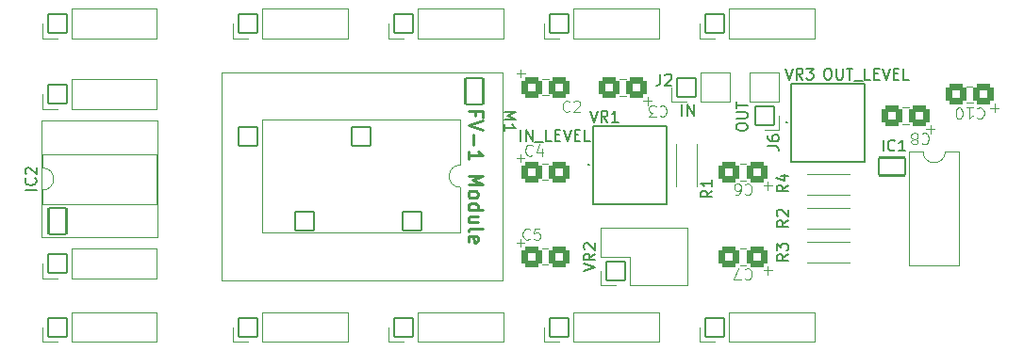
<source format=gto>
G04 #@! TF.GenerationSoftware,KiCad,Pcbnew,8.0.5*
G04 #@! TF.CreationDate,2024-10-16T23:13:09+09:00*
G04 #@! TF.ProjectId,20240922_FV-1,32303234-3039-4323-925f-46562d312e6b,rev?*
G04 #@! TF.SameCoordinates,Original*
G04 #@! TF.FileFunction,Legend,Top*
G04 #@! TF.FilePolarity,Positive*
%FSLAX46Y46*%
G04 Gerber Fmt 4.6, Leading zero omitted, Abs format (unit mm)*
G04 Created by KiCad (PCBNEW 8.0.5) date 2024-10-16 23:13:09*
%MOMM*%
%LPD*%
G01*
G04 APERTURE LIST*
G04 Aperture macros list*
%AMRoundRect*
0 Rectangle with rounded corners*
0 $1 Rounding radius*
0 $2 $3 $4 $5 $6 $7 $8 $9 X,Y pos of 4 corners*
0 Add a 4 corners polygon primitive as box body*
4,1,4,$2,$3,$4,$5,$6,$7,$8,$9,$2,$3,0*
0 Add four circle primitives for the rounded corners*
1,1,$1+$1,$2,$3*
1,1,$1+$1,$4,$5*
1,1,$1+$1,$6,$7*
1,1,$1+$1,$8,$9*
0 Add four rect primitives between the rounded corners*
20,1,$1+$1,$2,$3,$4,$5,0*
20,1,$1+$1,$4,$5,$6,$7,0*
20,1,$1+$1,$6,$7,$8,$9,0*
20,1,$1+$1,$8,$9,$2,$3,0*%
G04 Aperture macros list end*
%ADD10C,0.250000*%
%ADD11C,0.150000*%
%ADD12C,0.100000*%
%ADD13C,0.120000*%
%ADD14C,0.200000*%
%ADD15C,3.400000*%
%ADD16RoundRect,0.100000X0.850000X-0.850000X0.850000X0.850000X-0.850000X0.850000X-0.850000X-0.850000X0*%
%ADD17O,1.900000X1.900000*%
%ADD18RoundRect,0.281250X0.618750X0.618750X-0.618750X0.618750X-0.618750X-0.618750X0.618750X-0.618750X0*%
%ADD19RoundRect,0.100000X-1.200000X-0.800000X1.200000X-0.800000X1.200000X0.800000X-1.200000X0.800000X0*%
%ADD20O,2.600000X1.800000*%
%ADD21RoundRect,0.281250X-0.618750X-0.618750X0.618750X-0.618750X0.618750X0.618750X-0.618750X0.618750X0*%
%ADD22C,1.600000*%
%ADD23O,1.600000X1.600000*%
%ADD24C,1.320000*%
%ADD25RoundRect,0.100000X0.850000X0.850000X-0.850000X0.850000X-0.850000X-0.850000X0.850000X-0.850000X0*%
%ADD26RoundRect,0.100000X0.800000X-1.200000X0.800000X1.200000X-0.800000X1.200000X-0.800000X-1.200000X0*%
%ADD27O,1.800000X2.600000*%
%ADD28RoundRect,0.100000X-0.800000X1.200000X-0.800000X-1.200000X0.800000X-1.200000X0.800000X1.200000X0*%
%ADD29RoundRect,0.100000X-0.850000X-0.850000X0.850000X-0.850000X0.850000X0.850000X-0.850000X0.850000X0*%
G04 APERTURE END LIST*
D10*
X151239538Y-89524758D02*
X151239538Y-89108092D01*
X150584776Y-89108092D02*
X151834776Y-89108092D01*
X151834776Y-89108092D02*
X151834776Y-89703330D01*
X151834776Y-90000949D02*
X150584776Y-90417616D01*
X150584776Y-90417616D02*
X151834776Y-90834282D01*
X151060966Y-91250950D02*
X151060966Y-92203331D01*
X150584776Y-93453330D02*
X150584776Y-92739045D01*
X150584776Y-93096188D02*
X151834776Y-93096188D01*
X151834776Y-93096188D02*
X151656204Y-92977140D01*
X151656204Y-92977140D02*
X151537157Y-92858092D01*
X151537157Y-92858092D02*
X151477633Y-92739045D01*
X150584776Y-94941426D02*
X151834776Y-94941426D01*
X151834776Y-94941426D02*
X150941919Y-95358092D01*
X150941919Y-95358092D02*
X151834776Y-95774759D01*
X151834776Y-95774759D02*
X150584776Y-95774759D01*
X150584776Y-96548568D02*
X150644300Y-96429520D01*
X150644300Y-96429520D02*
X150703823Y-96369997D01*
X150703823Y-96369997D02*
X150822871Y-96310473D01*
X150822871Y-96310473D02*
X151180014Y-96310473D01*
X151180014Y-96310473D02*
X151299061Y-96369997D01*
X151299061Y-96369997D02*
X151358585Y-96429520D01*
X151358585Y-96429520D02*
X151418109Y-96548568D01*
X151418109Y-96548568D02*
X151418109Y-96727139D01*
X151418109Y-96727139D02*
X151358585Y-96846187D01*
X151358585Y-96846187D02*
X151299061Y-96905711D01*
X151299061Y-96905711D02*
X151180014Y-96965235D01*
X151180014Y-96965235D02*
X150822871Y-96965235D01*
X150822871Y-96965235D02*
X150703823Y-96905711D01*
X150703823Y-96905711D02*
X150644300Y-96846187D01*
X150644300Y-96846187D02*
X150584776Y-96727139D01*
X150584776Y-96727139D02*
X150584776Y-96548568D01*
X150584776Y-98036663D02*
X151834776Y-98036663D01*
X150644300Y-98036663D02*
X150584776Y-97917615D01*
X150584776Y-97917615D02*
X150584776Y-97679520D01*
X150584776Y-97679520D02*
X150644300Y-97560472D01*
X150644300Y-97560472D02*
X150703823Y-97500949D01*
X150703823Y-97500949D02*
X150822871Y-97441425D01*
X150822871Y-97441425D02*
X151180014Y-97441425D01*
X151180014Y-97441425D02*
X151299061Y-97500949D01*
X151299061Y-97500949D02*
X151358585Y-97560472D01*
X151358585Y-97560472D02*
X151418109Y-97679520D01*
X151418109Y-97679520D02*
X151418109Y-97917615D01*
X151418109Y-97917615D02*
X151358585Y-98036663D01*
X151418109Y-99167615D02*
X150584776Y-99167615D01*
X151418109Y-98631901D02*
X150763347Y-98631901D01*
X150763347Y-98631901D02*
X150644300Y-98691424D01*
X150644300Y-98691424D02*
X150584776Y-98810472D01*
X150584776Y-98810472D02*
X150584776Y-98989043D01*
X150584776Y-98989043D02*
X150644300Y-99108091D01*
X150644300Y-99108091D02*
X150703823Y-99167615D01*
X150584776Y-99941424D02*
X150644300Y-99822376D01*
X150644300Y-99822376D02*
X150763347Y-99762853D01*
X150763347Y-99762853D02*
X151834776Y-99762853D01*
X150644300Y-100893805D02*
X150584776Y-100774757D01*
X150584776Y-100774757D02*
X150584776Y-100536662D01*
X150584776Y-100536662D02*
X150644300Y-100417615D01*
X150644300Y-100417615D02*
X150763347Y-100358091D01*
X150763347Y-100358091D02*
X151239538Y-100358091D01*
X151239538Y-100358091D02*
X151358585Y-100417615D01*
X151358585Y-100417615D02*
X151418109Y-100536662D01*
X151418109Y-100536662D02*
X151418109Y-100774757D01*
X151418109Y-100774757D02*
X151358585Y-100893805D01*
X151358585Y-100893805D02*
X151239538Y-100953329D01*
X151239538Y-100953329D02*
X151120490Y-100953329D01*
X151120490Y-100953329D02*
X151001442Y-100358091D01*
D11*
X169754779Y-89531819D02*
X169754779Y-88531819D01*
X170230969Y-89531819D02*
X170230969Y-88531819D01*
X170230969Y-88531819D02*
X170802397Y-89531819D01*
X170802397Y-89531819D02*
X170802397Y-88531819D01*
X182772255Y-85306019D02*
X182962731Y-85306019D01*
X182962731Y-85306019D02*
X183057969Y-85353638D01*
X183057969Y-85353638D02*
X183153207Y-85448876D01*
X183153207Y-85448876D02*
X183200826Y-85639352D01*
X183200826Y-85639352D02*
X183200826Y-85972685D01*
X183200826Y-85972685D02*
X183153207Y-86163161D01*
X183153207Y-86163161D02*
X183057969Y-86258400D01*
X183057969Y-86258400D02*
X182962731Y-86306019D01*
X182962731Y-86306019D02*
X182772255Y-86306019D01*
X182772255Y-86306019D02*
X182677017Y-86258400D01*
X182677017Y-86258400D02*
X182581779Y-86163161D01*
X182581779Y-86163161D02*
X182534160Y-85972685D01*
X182534160Y-85972685D02*
X182534160Y-85639352D01*
X182534160Y-85639352D02*
X182581779Y-85448876D01*
X182581779Y-85448876D02*
X182677017Y-85353638D01*
X182677017Y-85353638D02*
X182772255Y-85306019D01*
X183629398Y-85306019D02*
X183629398Y-86115542D01*
X183629398Y-86115542D02*
X183677017Y-86210780D01*
X183677017Y-86210780D02*
X183724636Y-86258400D01*
X183724636Y-86258400D02*
X183819874Y-86306019D01*
X183819874Y-86306019D02*
X184010350Y-86306019D01*
X184010350Y-86306019D02*
X184105588Y-86258400D01*
X184105588Y-86258400D02*
X184153207Y-86210780D01*
X184153207Y-86210780D02*
X184200826Y-86115542D01*
X184200826Y-86115542D02*
X184200826Y-85306019D01*
X184534160Y-85306019D02*
X185105588Y-85306019D01*
X184819874Y-86306019D02*
X184819874Y-85306019D01*
X185200827Y-86401257D02*
X185962731Y-86401257D01*
X186677017Y-86306019D02*
X186200827Y-86306019D01*
X186200827Y-86306019D02*
X186200827Y-85306019D01*
X187010351Y-85782209D02*
X187343684Y-85782209D01*
X187486541Y-86306019D02*
X187010351Y-86306019D01*
X187010351Y-86306019D02*
X187010351Y-85306019D01*
X187010351Y-85306019D02*
X187486541Y-85306019D01*
X187772256Y-85306019D02*
X188105589Y-86306019D01*
X188105589Y-86306019D02*
X188438922Y-85306019D01*
X188772256Y-85782209D02*
X189105589Y-85782209D01*
X189248446Y-86306019D02*
X188772256Y-86306019D01*
X188772256Y-86306019D02*
X188772256Y-85306019D01*
X188772256Y-85306019D02*
X189248446Y-85306019D01*
X190153208Y-86306019D02*
X189677018Y-86306019D01*
X189677018Y-86306019D02*
X189677018Y-85306019D01*
X174637819Y-90658744D02*
X174637819Y-90468268D01*
X174637819Y-90468268D02*
X174685438Y-90373030D01*
X174685438Y-90373030D02*
X174780676Y-90277792D01*
X174780676Y-90277792D02*
X174971152Y-90230173D01*
X174971152Y-90230173D02*
X175304485Y-90230173D01*
X175304485Y-90230173D02*
X175494961Y-90277792D01*
X175494961Y-90277792D02*
X175590200Y-90373030D01*
X175590200Y-90373030D02*
X175637819Y-90468268D01*
X175637819Y-90468268D02*
X175637819Y-90658744D01*
X175637819Y-90658744D02*
X175590200Y-90753982D01*
X175590200Y-90753982D02*
X175494961Y-90849220D01*
X175494961Y-90849220D02*
X175304485Y-90896839D01*
X175304485Y-90896839D02*
X174971152Y-90896839D01*
X174971152Y-90896839D02*
X174780676Y-90849220D01*
X174780676Y-90849220D02*
X174685438Y-90753982D01*
X174685438Y-90753982D02*
X174637819Y-90658744D01*
X174637819Y-89801601D02*
X175447342Y-89801601D01*
X175447342Y-89801601D02*
X175542580Y-89753982D01*
X175542580Y-89753982D02*
X175590200Y-89706363D01*
X175590200Y-89706363D02*
X175637819Y-89611125D01*
X175637819Y-89611125D02*
X175637819Y-89420649D01*
X175637819Y-89420649D02*
X175590200Y-89325411D01*
X175590200Y-89325411D02*
X175542580Y-89277792D01*
X175542580Y-89277792D02*
X175447342Y-89230173D01*
X175447342Y-89230173D02*
X174637819Y-89230173D01*
X174637819Y-88896839D02*
X174637819Y-88325411D01*
X175637819Y-88611125D02*
X174637819Y-88611125D01*
X155276779Y-91817819D02*
X155276779Y-90817819D01*
X155752969Y-91817819D02*
X155752969Y-90817819D01*
X155752969Y-90817819D02*
X156324397Y-91817819D01*
X156324397Y-91817819D02*
X156324397Y-90817819D01*
X156562493Y-91913057D02*
X157324397Y-91913057D01*
X158038683Y-91817819D02*
X157562493Y-91817819D01*
X157562493Y-91817819D02*
X157562493Y-90817819D01*
X158372017Y-91294009D02*
X158705350Y-91294009D01*
X158848207Y-91817819D02*
X158372017Y-91817819D01*
X158372017Y-91817819D02*
X158372017Y-90817819D01*
X158372017Y-90817819D02*
X158848207Y-90817819D01*
X159133922Y-90817819D02*
X159467255Y-91817819D01*
X159467255Y-91817819D02*
X159800588Y-90817819D01*
X160133922Y-91294009D02*
X160467255Y-91294009D01*
X160610112Y-91817819D02*
X160133922Y-91817819D01*
X160133922Y-91817819D02*
X160133922Y-90817819D01*
X160133922Y-90817819D02*
X160610112Y-90817819D01*
X161514874Y-91817819D02*
X161038684Y-91817819D01*
X161038684Y-91817819D02*
X161038684Y-90817819D01*
D12*
X175426666Y-95776819D02*
X175474285Y-95729200D01*
X175474285Y-95729200D02*
X175617142Y-95681580D01*
X175617142Y-95681580D02*
X175712380Y-95681580D01*
X175712380Y-95681580D02*
X175855237Y-95729200D01*
X175855237Y-95729200D02*
X175950475Y-95824438D01*
X175950475Y-95824438D02*
X175998094Y-95919676D01*
X175998094Y-95919676D02*
X176045713Y-96110152D01*
X176045713Y-96110152D02*
X176045713Y-96253009D01*
X176045713Y-96253009D02*
X175998094Y-96443485D01*
X175998094Y-96443485D02*
X175950475Y-96538723D01*
X175950475Y-96538723D02*
X175855237Y-96633961D01*
X175855237Y-96633961D02*
X175712380Y-96681580D01*
X175712380Y-96681580D02*
X175617142Y-96681580D01*
X175617142Y-96681580D02*
X175474285Y-96633961D01*
X175474285Y-96633961D02*
X175426666Y-96586342D01*
X174569523Y-96681580D02*
X174759999Y-96681580D01*
X174759999Y-96681580D02*
X174855237Y-96633961D01*
X174855237Y-96633961D02*
X174902856Y-96586342D01*
X174902856Y-96586342D02*
X174998094Y-96443485D01*
X174998094Y-96443485D02*
X175045713Y-96253009D01*
X175045713Y-96253009D02*
X175045713Y-95872057D01*
X175045713Y-95872057D02*
X174998094Y-95776819D01*
X174998094Y-95776819D02*
X174950475Y-95729200D01*
X174950475Y-95729200D02*
X174855237Y-95681580D01*
X174855237Y-95681580D02*
X174664761Y-95681580D01*
X174664761Y-95681580D02*
X174569523Y-95729200D01*
X174569523Y-95729200D02*
X174521904Y-95776819D01*
X174521904Y-95776819D02*
X174474285Y-95872057D01*
X174474285Y-95872057D02*
X174474285Y-96110152D01*
X174474285Y-96110152D02*
X174521904Y-96205390D01*
X174521904Y-96205390D02*
X174569523Y-96253009D01*
X174569523Y-96253009D02*
X174664761Y-96300628D01*
X174664761Y-96300628D02*
X174855237Y-96300628D01*
X174855237Y-96300628D02*
X174950475Y-96253009D01*
X174950475Y-96253009D02*
X174998094Y-96205390D01*
X174998094Y-96205390D02*
X175045713Y-96110152D01*
D11*
X187822010Y-92733019D02*
X187822010Y-91733019D01*
X188869628Y-92637780D02*
X188822009Y-92685400D01*
X188822009Y-92685400D02*
X188679152Y-92733019D01*
X188679152Y-92733019D02*
X188583914Y-92733019D01*
X188583914Y-92733019D02*
X188441057Y-92685400D01*
X188441057Y-92685400D02*
X188345819Y-92590161D01*
X188345819Y-92590161D02*
X188298200Y-92494923D01*
X188298200Y-92494923D02*
X188250581Y-92304447D01*
X188250581Y-92304447D02*
X188250581Y-92161590D01*
X188250581Y-92161590D02*
X188298200Y-91971114D01*
X188298200Y-91971114D02*
X188345819Y-91875876D01*
X188345819Y-91875876D02*
X188441057Y-91780638D01*
X188441057Y-91780638D02*
X188583914Y-91733019D01*
X188583914Y-91733019D02*
X188679152Y-91733019D01*
X188679152Y-91733019D02*
X188822009Y-91780638D01*
X188822009Y-91780638D02*
X188869628Y-91828257D01*
X189822009Y-92733019D02*
X189250581Y-92733019D01*
X189536295Y-92733019D02*
X189536295Y-91733019D01*
X189536295Y-91733019D02*
X189441057Y-91875876D01*
X189441057Y-91875876D02*
X189345819Y-91971114D01*
X189345819Y-91971114D02*
X189250581Y-92018733D01*
D12*
X159650133Y-89109780D02*
X159602514Y-89157400D01*
X159602514Y-89157400D02*
X159459657Y-89205019D01*
X159459657Y-89205019D02*
X159364419Y-89205019D01*
X159364419Y-89205019D02*
X159221562Y-89157400D01*
X159221562Y-89157400D02*
X159126324Y-89062161D01*
X159126324Y-89062161D02*
X159078705Y-88966923D01*
X159078705Y-88966923D02*
X159031086Y-88776447D01*
X159031086Y-88776447D02*
X159031086Y-88633590D01*
X159031086Y-88633590D02*
X159078705Y-88443114D01*
X159078705Y-88443114D02*
X159126324Y-88347876D01*
X159126324Y-88347876D02*
X159221562Y-88252638D01*
X159221562Y-88252638D02*
X159364419Y-88205019D01*
X159364419Y-88205019D02*
X159459657Y-88205019D01*
X159459657Y-88205019D02*
X159602514Y-88252638D01*
X159602514Y-88252638D02*
X159650133Y-88300257D01*
X160031086Y-88300257D02*
X160078705Y-88252638D01*
X160078705Y-88252638D02*
X160173943Y-88205019D01*
X160173943Y-88205019D02*
X160412038Y-88205019D01*
X160412038Y-88205019D02*
X160507276Y-88252638D01*
X160507276Y-88252638D02*
X160554895Y-88300257D01*
X160554895Y-88300257D02*
X160602514Y-88395495D01*
X160602514Y-88395495D02*
X160602514Y-88490733D01*
X160602514Y-88490733D02*
X160554895Y-88633590D01*
X160554895Y-88633590D02*
X159983467Y-89205019D01*
X159983467Y-89205019D02*
X160602514Y-89205019D01*
D11*
X179270819Y-102020666D02*
X178794628Y-102353999D01*
X179270819Y-102592094D02*
X178270819Y-102592094D01*
X178270819Y-102592094D02*
X178270819Y-102211142D01*
X178270819Y-102211142D02*
X178318438Y-102115904D01*
X178318438Y-102115904D02*
X178366057Y-102068285D01*
X178366057Y-102068285D02*
X178461295Y-102020666D01*
X178461295Y-102020666D02*
X178604152Y-102020666D01*
X178604152Y-102020666D02*
X178699390Y-102068285D01*
X178699390Y-102068285D02*
X178747009Y-102115904D01*
X178747009Y-102115904D02*
X178794628Y-102211142D01*
X178794628Y-102211142D02*
X178794628Y-102592094D01*
X178270819Y-101687332D02*
X178270819Y-101068285D01*
X178270819Y-101068285D02*
X178651771Y-101401618D01*
X178651771Y-101401618D02*
X178651771Y-101258761D01*
X178651771Y-101258761D02*
X178699390Y-101163523D01*
X178699390Y-101163523D02*
X178747009Y-101115904D01*
X178747009Y-101115904D02*
X178842247Y-101068285D01*
X178842247Y-101068285D02*
X179080342Y-101068285D01*
X179080342Y-101068285D02*
X179175580Y-101115904D01*
X179175580Y-101115904D02*
X179223200Y-101163523D01*
X179223200Y-101163523D02*
X179270819Y-101258761D01*
X179270819Y-101258761D02*
X179270819Y-101544475D01*
X179270819Y-101544475D02*
X179223200Y-101639713D01*
X179223200Y-101639713D02*
X179175580Y-101687332D01*
D12*
X156333333Y-93072180D02*
X156285714Y-93119800D01*
X156285714Y-93119800D02*
X156142857Y-93167419D01*
X156142857Y-93167419D02*
X156047619Y-93167419D01*
X156047619Y-93167419D02*
X155904762Y-93119800D01*
X155904762Y-93119800D02*
X155809524Y-93024561D01*
X155809524Y-93024561D02*
X155761905Y-92929323D01*
X155761905Y-92929323D02*
X155714286Y-92738847D01*
X155714286Y-92738847D02*
X155714286Y-92595990D01*
X155714286Y-92595990D02*
X155761905Y-92405514D01*
X155761905Y-92405514D02*
X155809524Y-92310276D01*
X155809524Y-92310276D02*
X155904762Y-92215038D01*
X155904762Y-92215038D02*
X156047619Y-92167419D01*
X156047619Y-92167419D02*
X156142857Y-92167419D01*
X156142857Y-92167419D02*
X156285714Y-92215038D01*
X156285714Y-92215038D02*
X156333333Y-92262657D01*
X157190476Y-92500752D02*
X157190476Y-93167419D01*
X156952381Y-92119800D02*
X156714286Y-92834085D01*
X156714286Y-92834085D02*
X157333333Y-92834085D01*
D11*
X179270819Y-98972666D02*
X178794628Y-99305999D01*
X179270819Y-99544094D02*
X178270819Y-99544094D01*
X178270819Y-99544094D02*
X178270819Y-99163142D01*
X178270819Y-99163142D02*
X178318438Y-99067904D01*
X178318438Y-99067904D02*
X178366057Y-99020285D01*
X178366057Y-99020285D02*
X178461295Y-98972666D01*
X178461295Y-98972666D02*
X178604152Y-98972666D01*
X178604152Y-98972666D02*
X178699390Y-99020285D01*
X178699390Y-99020285D02*
X178747009Y-99067904D01*
X178747009Y-99067904D02*
X178794628Y-99163142D01*
X178794628Y-99163142D02*
X178794628Y-99544094D01*
X178366057Y-98591713D02*
X178318438Y-98544094D01*
X178318438Y-98544094D02*
X178270819Y-98448856D01*
X178270819Y-98448856D02*
X178270819Y-98210761D01*
X178270819Y-98210761D02*
X178318438Y-98115523D01*
X178318438Y-98115523D02*
X178366057Y-98067904D01*
X178366057Y-98067904D02*
X178461295Y-98020285D01*
X178461295Y-98020285D02*
X178556533Y-98020285D01*
X178556533Y-98020285D02*
X178699390Y-98067904D01*
X178699390Y-98067904D02*
X179270819Y-98639332D01*
X179270819Y-98639332D02*
X179270819Y-98020285D01*
D12*
X167755866Y-88741019D02*
X167803485Y-88693400D01*
X167803485Y-88693400D02*
X167946342Y-88645780D01*
X167946342Y-88645780D02*
X168041580Y-88645780D01*
X168041580Y-88645780D02*
X168184437Y-88693400D01*
X168184437Y-88693400D02*
X168279675Y-88788638D01*
X168279675Y-88788638D02*
X168327294Y-88883876D01*
X168327294Y-88883876D02*
X168374913Y-89074352D01*
X168374913Y-89074352D02*
X168374913Y-89217209D01*
X168374913Y-89217209D02*
X168327294Y-89407685D01*
X168327294Y-89407685D02*
X168279675Y-89502923D01*
X168279675Y-89502923D02*
X168184437Y-89598161D01*
X168184437Y-89598161D02*
X168041580Y-89645780D01*
X168041580Y-89645780D02*
X167946342Y-89645780D01*
X167946342Y-89645780D02*
X167803485Y-89598161D01*
X167803485Y-89598161D02*
X167755866Y-89550542D01*
X167422532Y-89645780D02*
X166803485Y-89645780D01*
X166803485Y-89645780D02*
X167136818Y-89264828D01*
X167136818Y-89264828D02*
X166993961Y-89264828D01*
X166993961Y-89264828D02*
X166898723Y-89217209D01*
X166898723Y-89217209D02*
X166851104Y-89169590D01*
X166851104Y-89169590D02*
X166803485Y-89074352D01*
X166803485Y-89074352D02*
X166803485Y-88836257D01*
X166803485Y-88836257D02*
X166851104Y-88741019D01*
X166851104Y-88741019D02*
X166898723Y-88693400D01*
X166898723Y-88693400D02*
X166993961Y-88645780D01*
X166993961Y-88645780D02*
X167279675Y-88645780D01*
X167279675Y-88645780D02*
X167374913Y-88693400D01*
X167374913Y-88693400D02*
X167422532Y-88741019D01*
X175426666Y-103396819D02*
X175474285Y-103349200D01*
X175474285Y-103349200D02*
X175617142Y-103301580D01*
X175617142Y-103301580D02*
X175712380Y-103301580D01*
X175712380Y-103301580D02*
X175855237Y-103349200D01*
X175855237Y-103349200D02*
X175950475Y-103444438D01*
X175950475Y-103444438D02*
X175998094Y-103539676D01*
X175998094Y-103539676D02*
X176045713Y-103730152D01*
X176045713Y-103730152D02*
X176045713Y-103873009D01*
X176045713Y-103873009D02*
X175998094Y-104063485D01*
X175998094Y-104063485D02*
X175950475Y-104158723D01*
X175950475Y-104158723D02*
X175855237Y-104253961D01*
X175855237Y-104253961D02*
X175712380Y-104301580D01*
X175712380Y-104301580D02*
X175617142Y-104301580D01*
X175617142Y-104301580D02*
X175474285Y-104253961D01*
X175474285Y-104253961D02*
X175426666Y-104206342D01*
X175093332Y-104301580D02*
X174426666Y-104301580D01*
X174426666Y-104301580D02*
X174855237Y-103301580D01*
X196262857Y-88918819D02*
X196310476Y-88871200D01*
X196310476Y-88871200D02*
X196453333Y-88823580D01*
X196453333Y-88823580D02*
X196548571Y-88823580D01*
X196548571Y-88823580D02*
X196691428Y-88871200D01*
X196691428Y-88871200D02*
X196786666Y-88966438D01*
X196786666Y-88966438D02*
X196834285Y-89061676D01*
X196834285Y-89061676D02*
X196881904Y-89252152D01*
X196881904Y-89252152D02*
X196881904Y-89395009D01*
X196881904Y-89395009D02*
X196834285Y-89585485D01*
X196834285Y-89585485D02*
X196786666Y-89680723D01*
X196786666Y-89680723D02*
X196691428Y-89775961D01*
X196691428Y-89775961D02*
X196548571Y-89823580D01*
X196548571Y-89823580D02*
X196453333Y-89823580D01*
X196453333Y-89823580D02*
X196310476Y-89775961D01*
X196310476Y-89775961D02*
X196262857Y-89728342D01*
X195310476Y-88823580D02*
X195881904Y-88823580D01*
X195596190Y-88823580D02*
X195596190Y-89823580D01*
X195596190Y-89823580D02*
X195691428Y-89680723D01*
X195691428Y-89680723D02*
X195786666Y-89585485D01*
X195786666Y-89585485D02*
X195881904Y-89537866D01*
X194691428Y-89823580D02*
X194596190Y-89823580D01*
X194596190Y-89823580D02*
X194500952Y-89775961D01*
X194500952Y-89775961D02*
X194453333Y-89728342D01*
X194453333Y-89728342D02*
X194405714Y-89633104D01*
X194405714Y-89633104D02*
X194358095Y-89442628D01*
X194358095Y-89442628D02*
X194358095Y-89204533D01*
X194358095Y-89204533D02*
X194405714Y-89014057D01*
X194405714Y-89014057D02*
X194453333Y-88918819D01*
X194453333Y-88918819D02*
X194500952Y-88871200D01*
X194500952Y-88871200D02*
X194596190Y-88823580D01*
X194596190Y-88823580D02*
X194691428Y-88823580D01*
X194691428Y-88823580D02*
X194786666Y-88871200D01*
X194786666Y-88871200D02*
X194834285Y-88918819D01*
X194834285Y-88918819D02*
X194881904Y-89014057D01*
X194881904Y-89014057D02*
X194929523Y-89204533D01*
X194929523Y-89204533D02*
X194929523Y-89442628D01*
X194929523Y-89442628D02*
X194881904Y-89633104D01*
X194881904Y-89633104D02*
X194834285Y-89728342D01*
X194834285Y-89728342D02*
X194786666Y-89775961D01*
X194786666Y-89775961D02*
X194691428Y-89823580D01*
D11*
X167814666Y-85814819D02*
X167814666Y-86529104D01*
X167814666Y-86529104D02*
X167767047Y-86671961D01*
X167767047Y-86671961D02*
X167671809Y-86767200D01*
X167671809Y-86767200D02*
X167528952Y-86814819D01*
X167528952Y-86814819D02*
X167433714Y-86814819D01*
X168243238Y-85910057D02*
X168290857Y-85862438D01*
X168290857Y-85862438D02*
X168386095Y-85814819D01*
X168386095Y-85814819D02*
X168624190Y-85814819D01*
X168624190Y-85814819D02*
X168719428Y-85862438D01*
X168719428Y-85862438D02*
X168767047Y-85910057D01*
X168767047Y-85910057D02*
X168814666Y-86005295D01*
X168814666Y-86005295D02*
X168814666Y-86100533D01*
X168814666Y-86100533D02*
X168767047Y-86243390D01*
X168767047Y-86243390D02*
X168195619Y-86814819D01*
X168195619Y-86814819D02*
X168814666Y-86814819D01*
X161504476Y-89116819D02*
X161837809Y-90116819D01*
X161837809Y-90116819D02*
X162171142Y-89116819D01*
X163075904Y-90116819D02*
X162742571Y-89640628D01*
X162504476Y-90116819D02*
X162504476Y-89116819D01*
X162504476Y-89116819D02*
X162885428Y-89116819D01*
X162885428Y-89116819D02*
X162980666Y-89164438D01*
X162980666Y-89164438D02*
X163028285Y-89212057D01*
X163028285Y-89212057D02*
X163075904Y-89307295D01*
X163075904Y-89307295D02*
X163075904Y-89450152D01*
X163075904Y-89450152D02*
X163028285Y-89545390D01*
X163028285Y-89545390D02*
X162980666Y-89593009D01*
X162980666Y-89593009D02*
X162885428Y-89640628D01*
X162885428Y-89640628D02*
X162504476Y-89640628D01*
X164028285Y-90116819D02*
X163456857Y-90116819D01*
X163742571Y-90116819D02*
X163742571Y-89116819D01*
X163742571Y-89116819D02*
X163647333Y-89259676D01*
X163647333Y-89259676D02*
X163552095Y-89354914D01*
X163552095Y-89354914D02*
X163456857Y-89402533D01*
X177454819Y-92281333D02*
X178169104Y-92281333D01*
X178169104Y-92281333D02*
X178311961Y-92328952D01*
X178311961Y-92328952D02*
X178407200Y-92424190D01*
X178407200Y-92424190D02*
X178454819Y-92567047D01*
X178454819Y-92567047D02*
X178454819Y-92662285D01*
X177454819Y-91376571D02*
X177454819Y-91567047D01*
X177454819Y-91567047D02*
X177502438Y-91662285D01*
X177502438Y-91662285D02*
X177550057Y-91709904D01*
X177550057Y-91709904D02*
X177692914Y-91805142D01*
X177692914Y-91805142D02*
X177883390Y-91852761D01*
X177883390Y-91852761D02*
X178264342Y-91852761D01*
X178264342Y-91852761D02*
X178359580Y-91805142D01*
X178359580Y-91805142D02*
X178407200Y-91757523D01*
X178407200Y-91757523D02*
X178454819Y-91662285D01*
X178454819Y-91662285D02*
X178454819Y-91471809D01*
X178454819Y-91471809D02*
X178407200Y-91376571D01*
X178407200Y-91376571D02*
X178359580Y-91328952D01*
X178359580Y-91328952D02*
X178264342Y-91281333D01*
X178264342Y-91281333D02*
X178026247Y-91281333D01*
X178026247Y-91281333D02*
X177931009Y-91328952D01*
X177931009Y-91328952D02*
X177883390Y-91376571D01*
X177883390Y-91376571D02*
X177835771Y-91471809D01*
X177835771Y-91471809D02*
X177835771Y-91662285D01*
X177835771Y-91662285D02*
X177883390Y-91757523D01*
X177883390Y-91757523D02*
X177931009Y-91805142D01*
X177931009Y-91805142D02*
X178026247Y-91852761D01*
X172463619Y-96305666D02*
X171987428Y-96638999D01*
X172463619Y-96877094D02*
X171463619Y-96877094D01*
X171463619Y-96877094D02*
X171463619Y-96496142D01*
X171463619Y-96496142D02*
X171511238Y-96400904D01*
X171511238Y-96400904D02*
X171558857Y-96353285D01*
X171558857Y-96353285D02*
X171654095Y-96305666D01*
X171654095Y-96305666D02*
X171796952Y-96305666D01*
X171796952Y-96305666D02*
X171892190Y-96353285D01*
X171892190Y-96353285D02*
X171939809Y-96400904D01*
X171939809Y-96400904D02*
X171987428Y-96496142D01*
X171987428Y-96496142D02*
X171987428Y-96877094D01*
X172463619Y-95353285D02*
X172463619Y-95924713D01*
X172463619Y-95638999D02*
X171463619Y-95638999D01*
X171463619Y-95638999D02*
X171606476Y-95734237D01*
X171606476Y-95734237D02*
X171701714Y-95829475D01*
X171701714Y-95829475D02*
X171749333Y-95924713D01*
X179270819Y-95797666D02*
X178794628Y-96130999D01*
X179270819Y-96369094D02*
X178270819Y-96369094D01*
X178270819Y-96369094D02*
X178270819Y-95988142D01*
X178270819Y-95988142D02*
X178318438Y-95892904D01*
X178318438Y-95892904D02*
X178366057Y-95845285D01*
X178366057Y-95845285D02*
X178461295Y-95797666D01*
X178461295Y-95797666D02*
X178604152Y-95797666D01*
X178604152Y-95797666D02*
X178699390Y-95845285D01*
X178699390Y-95845285D02*
X178747009Y-95892904D01*
X178747009Y-95892904D02*
X178794628Y-95988142D01*
X178794628Y-95988142D02*
X178794628Y-96369094D01*
X178604152Y-94940523D02*
X179270819Y-94940523D01*
X178223200Y-95178618D02*
X178937485Y-95416713D01*
X178937485Y-95416713D02*
X178937485Y-94797666D01*
D12*
X156083333Y-100612180D02*
X156035714Y-100659800D01*
X156035714Y-100659800D02*
X155892857Y-100707419D01*
X155892857Y-100707419D02*
X155797619Y-100707419D01*
X155797619Y-100707419D02*
X155654762Y-100659800D01*
X155654762Y-100659800D02*
X155559524Y-100564561D01*
X155559524Y-100564561D02*
X155511905Y-100469323D01*
X155511905Y-100469323D02*
X155464286Y-100278847D01*
X155464286Y-100278847D02*
X155464286Y-100135990D01*
X155464286Y-100135990D02*
X155511905Y-99945514D01*
X155511905Y-99945514D02*
X155559524Y-99850276D01*
X155559524Y-99850276D02*
X155654762Y-99755038D01*
X155654762Y-99755038D02*
X155797619Y-99707419D01*
X155797619Y-99707419D02*
X155892857Y-99707419D01*
X155892857Y-99707419D02*
X156035714Y-99755038D01*
X156035714Y-99755038D02*
X156083333Y-99802657D01*
X156988095Y-99707419D02*
X156511905Y-99707419D01*
X156511905Y-99707419D02*
X156464286Y-100183609D01*
X156464286Y-100183609D02*
X156511905Y-100135990D01*
X156511905Y-100135990D02*
X156607143Y-100088371D01*
X156607143Y-100088371D02*
X156845238Y-100088371D01*
X156845238Y-100088371D02*
X156940476Y-100135990D01*
X156940476Y-100135990D02*
X156988095Y-100183609D01*
X156988095Y-100183609D02*
X157035714Y-100278847D01*
X157035714Y-100278847D02*
X157035714Y-100516942D01*
X157035714Y-100516942D02*
X156988095Y-100612180D01*
X156988095Y-100612180D02*
X156940476Y-100659800D01*
X156940476Y-100659800D02*
X156845238Y-100707419D01*
X156845238Y-100707419D02*
X156607143Y-100707419D01*
X156607143Y-100707419D02*
X156511905Y-100659800D01*
X156511905Y-100659800D02*
X156464286Y-100612180D01*
D11*
X179030476Y-85306819D02*
X179363809Y-86306819D01*
X179363809Y-86306819D02*
X179697142Y-85306819D01*
X180601904Y-86306819D02*
X180268571Y-85830628D01*
X180030476Y-86306819D02*
X180030476Y-85306819D01*
X180030476Y-85306819D02*
X180411428Y-85306819D01*
X180411428Y-85306819D02*
X180506666Y-85354438D01*
X180506666Y-85354438D02*
X180554285Y-85402057D01*
X180554285Y-85402057D02*
X180601904Y-85497295D01*
X180601904Y-85497295D02*
X180601904Y-85640152D01*
X180601904Y-85640152D02*
X180554285Y-85735390D01*
X180554285Y-85735390D02*
X180506666Y-85783009D01*
X180506666Y-85783009D02*
X180411428Y-85830628D01*
X180411428Y-85830628D02*
X180030476Y-85830628D01*
X180935238Y-85306819D02*
X181554285Y-85306819D01*
X181554285Y-85306819D02*
X181220952Y-85687771D01*
X181220952Y-85687771D02*
X181363809Y-85687771D01*
X181363809Y-85687771D02*
X181459047Y-85735390D01*
X181459047Y-85735390D02*
X181506666Y-85783009D01*
X181506666Y-85783009D02*
X181554285Y-85878247D01*
X181554285Y-85878247D02*
X181554285Y-86116342D01*
X181554285Y-86116342D02*
X181506666Y-86211580D01*
X181506666Y-86211580D02*
X181459047Y-86259200D01*
X181459047Y-86259200D02*
X181363809Y-86306819D01*
X181363809Y-86306819D02*
X181078095Y-86306819D01*
X181078095Y-86306819D02*
X180982857Y-86259200D01*
X180982857Y-86259200D02*
X180935238Y-86211580D01*
X111789819Y-96226189D02*
X110789819Y-96226189D01*
X111694580Y-95178571D02*
X111742200Y-95226190D01*
X111742200Y-95226190D02*
X111789819Y-95369047D01*
X111789819Y-95369047D02*
X111789819Y-95464285D01*
X111789819Y-95464285D02*
X111742200Y-95607142D01*
X111742200Y-95607142D02*
X111646961Y-95702380D01*
X111646961Y-95702380D02*
X111551723Y-95749999D01*
X111551723Y-95749999D02*
X111361247Y-95797618D01*
X111361247Y-95797618D02*
X111218390Y-95797618D01*
X111218390Y-95797618D02*
X111027914Y-95749999D01*
X111027914Y-95749999D02*
X110932676Y-95702380D01*
X110932676Y-95702380D02*
X110837438Y-95607142D01*
X110837438Y-95607142D02*
X110789819Y-95464285D01*
X110789819Y-95464285D02*
X110789819Y-95369047D01*
X110789819Y-95369047D02*
X110837438Y-95226190D01*
X110837438Y-95226190D02*
X110885057Y-95178571D01*
X110885057Y-94797618D02*
X110837438Y-94749999D01*
X110837438Y-94749999D02*
X110789819Y-94654761D01*
X110789819Y-94654761D02*
X110789819Y-94416666D01*
X110789819Y-94416666D02*
X110837438Y-94321428D01*
X110837438Y-94321428D02*
X110885057Y-94273809D01*
X110885057Y-94273809D02*
X110980295Y-94226190D01*
X110980295Y-94226190D02*
X111075533Y-94226190D01*
X111075533Y-94226190D02*
X111218390Y-94273809D01*
X111218390Y-94273809D02*
X111789819Y-94845237D01*
X111789819Y-94845237D02*
X111789819Y-94226190D01*
D12*
X191301666Y-91204819D02*
X191349285Y-91157200D01*
X191349285Y-91157200D02*
X191492142Y-91109580D01*
X191492142Y-91109580D02*
X191587380Y-91109580D01*
X191587380Y-91109580D02*
X191730237Y-91157200D01*
X191730237Y-91157200D02*
X191825475Y-91252438D01*
X191825475Y-91252438D02*
X191873094Y-91347676D01*
X191873094Y-91347676D02*
X191920713Y-91538152D01*
X191920713Y-91538152D02*
X191920713Y-91681009D01*
X191920713Y-91681009D02*
X191873094Y-91871485D01*
X191873094Y-91871485D02*
X191825475Y-91966723D01*
X191825475Y-91966723D02*
X191730237Y-92061961D01*
X191730237Y-92061961D02*
X191587380Y-92109580D01*
X191587380Y-92109580D02*
X191492142Y-92109580D01*
X191492142Y-92109580D02*
X191349285Y-92061961D01*
X191349285Y-92061961D02*
X191301666Y-92014342D01*
X190730237Y-91681009D02*
X190825475Y-91728628D01*
X190825475Y-91728628D02*
X190873094Y-91776247D01*
X190873094Y-91776247D02*
X190920713Y-91871485D01*
X190920713Y-91871485D02*
X190920713Y-91919104D01*
X190920713Y-91919104D02*
X190873094Y-92014342D01*
X190873094Y-92014342D02*
X190825475Y-92061961D01*
X190825475Y-92061961D02*
X190730237Y-92109580D01*
X190730237Y-92109580D02*
X190539761Y-92109580D01*
X190539761Y-92109580D02*
X190444523Y-92061961D01*
X190444523Y-92061961D02*
X190396904Y-92014342D01*
X190396904Y-92014342D02*
X190349285Y-91919104D01*
X190349285Y-91919104D02*
X190349285Y-91871485D01*
X190349285Y-91871485D02*
X190396904Y-91776247D01*
X190396904Y-91776247D02*
X190444523Y-91728628D01*
X190444523Y-91728628D02*
X190539761Y-91681009D01*
X190539761Y-91681009D02*
X190730237Y-91681009D01*
X190730237Y-91681009D02*
X190825475Y-91633390D01*
X190825475Y-91633390D02*
X190873094Y-91585771D01*
X190873094Y-91585771D02*
X190920713Y-91490533D01*
X190920713Y-91490533D02*
X190920713Y-91300057D01*
X190920713Y-91300057D02*
X190873094Y-91204819D01*
X190873094Y-91204819D02*
X190825475Y-91157200D01*
X190825475Y-91157200D02*
X190730237Y-91109580D01*
X190730237Y-91109580D02*
X190539761Y-91109580D01*
X190539761Y-91109580D02*
X190444523Y-91157200D01*
X190444523Y-91157200D02*
X190396904Y-91204819D01*
X190396904Y-91204819D02*
X190349285Y-91300057D01*
X190349285Y-91300057D02*
X190349285Y-91490533D01*
X190349285Y-91490533D02*
X190396904Y-91585771D01*
X190396904Y-91585771D02*
X190444523Y-91633390D01*
X190444523Y-91633390D02*
X190539761Y-91681009D01*
D11*
X153824780Y-89258876D02*
X154824780Y-89258876D01*
X154824780Y-89258876D02*
X154110495Y-89592209D01*
X154110495Y-89592209D02*
X154824780Y-89925542D01*
X154824780Y-89925542D02*
X153824780Y-89925542D01*
X153824780Y-90925542D02*
X153824780Y-90354114D01*
X153824780Y-90639828D02*
X154824780Y-90639828D01*
X154824780Y-90639828D02*
X154681923Y-90544590D01*
X154681923Y-90544590D02*
X154586685Y-90449352D01*
X154586685Y-90449352D02*
X154539066Y-90354114D01*
X160954819Y-103544523D02*
X161954819Y-103211190D01*
X161954819Y-103211190D02*
X160954819Y-102877857D01*
X161954819Y-101973095D02*
X161478628Y-102306428D01*
X161954819Y-102544523D02*
X160954819Y-102544523D01*
X160954819Y-102544523D02*
X160954819Y-102163571D01*
X160954819Y-102163571D02*
X161002438Y-102068333D01*
X161002438Y-102068333D02*
X161050057Y-102020714D01*
X161050057Y-102020714D02*
X161145295Y-101973095D01*
X161145295Y-101973095D02*
X161288152Y-101973095D01*
X161288152Y-101973095D02*
X161383390Y-102020714D01*
X161383390Y-102020714D02*
X161431009Y-102068333D01*
X161431009Y-102068333D02*
X161478628Y-102163571D01*
X161478628Y-102163571D02*
X161478628Y-102544523D01*
X161050057Y-101592142D02*
X161002438Y-101544523D01*
X161002438Y-101544523D02*
X160954819Y-101449285D01*
X160954819Y-101449285D02*
X160954819Y-101211190D01*
X160954819Y-101211190D02*
X161002438Y-101115952D01*
X161002438Y-101115952D02*
X161050057Y-101068333D01*
X161050057Y-101068333D02*
X161145295Y-101020714D01*
X161145295Y-101020714D02*
X161240533Y-101020714D01*
X161240533Y-101020714D02*
X161383390Y-101068333D01*
X161383390Y-101068333D02*
X161954819Y-101639761D01*
X161954819Y-101639761D02*
X161954819Y-101020714D01*
D13*
X112335000Y-88960000D02*
X112335000Y-87630000D01*
X113665000Y-88960000D02*
X112335000Y-88960000D01*
X114935000Y-86300000D02*
X122615000Y-86300000D01*
X114935000Y-88960000D02*
X114935000Y-86300000D01*
X114935000Y-88960000D02*
X122615000Y-88960000D01*
X122615000Y-88960000D02*
X122615000Y-86300000D01*
X175504852Y-93895400D02*
X174982348Y-93895400D01*
X175504852Y-95365400D02*
X174982348Y-95365400D01*
X177478800Y-96228600D02*
X177478800Y-95478600D01*
X177853800Y-95853600D02*
X177103800Y-95853600D01*
X190155000Y-92777000D02*
X190155000Y-103057000D01*
X190155000Y-103057000D02*
X194655000Y-103057000D01*
X191405000Y-92777000D02*
X190155000Y-92777000D01*
X194655000Y-92777000D02*
X193405000Y-92777000D01*
X194655000Y-103057000D02*
X194655000Y-92777000D01*
X193405000Y-92777000D02*
G75*
G02*
X191405000Y-92777000I-1000000J0D01*
G01*
X154893400Y-85756400D02*
X155643400Y-85756400D01*
X155268400Y-85381400D02*
X155268400Y-86131400D01*
X157242348Y-86244600D02*
X157764852Y-86244600D01*
X157242348Y-87714600D02*
X157764852Y-87714600D01*
X180960000Y-100934000D02*
X184800000Y-100934000D01*
X180960000Y-102774000D02*
X184800000Y-102774000D01*
X129480000Y-82610000D02*
X129480000Y-81280000D01*
X130810000Y-82610000D02*
X129480000Y-82610000D01*
X132080000Y-79950000D02*
X139760000Y-79950000D01*
X132080000Y-82610000D02*
X132080000Y-79950000D01*
X132080000Y-82610000D02*
X139760000Y-82610000D01*
X139760000Y-82610000D02*
X139760000Y-79950000D01*
X171390000Y-82610000D02*
X171390000Y-81280000D01*
X172720000Y-82610000D02*
X171390000Y-82610000D01*
X173990000Y-79950000D02*
X181670000Y-79950000D01*
X173990000Y-82610000D02*
X173990000Y-79950000D01*
X173990000Y-82610000D02*
X181670000Y-82610000D01*
X181670000Y-82610000D02*
X181670000Y-79950000D01*
X154886200Y-93376400D02*
X155636200Y-93376400D01*
X155261200Y-93001400D02*
X155261200Y-93751400D01*
X157235148Y-93864600D02*
X157757652Y-93864600D01*
X157235148Y-95334600D02*
X157757652Y-95334600D01*
X143450000Y-109915000D02*
X143450000Y-108585000D01*
X144780000Y-109915000D02*
X143450000Y-109915000D01*
X146050000Y-107255000D02*
X153730000Y-107255000D01*
X146050000Y-109915000D02*
X146050000Y-107255000D01*
X146050000Y-109915000D02*
X153730000Y-109915000D01*
X153730000Y-109915000D02*
X153730000Y-107255000D01*
X112335000Y-82610000D02*
X112335000Y-81280000D01*
X113665000Y-82610000D02*
X112335000Y-82610000D01*
X114935000Y-79950000D02*
X122615000Y-79950000D01*
X114935000Y-82610000D02*
X114935000Y-79950000D01*
X114935000Y-82610000D02*
X122615000Y-82610000D01*
X122615000Y-82610000D02*
X122615000Y-79950000D01*
X157420000Y-109915000D02*
X157420000Y-108585000D01*
X158750000Y-109915000D02*
X157420000Y-109915000D01*
X160020000Y-107255000D02*
X167700000Y-107255000D01*
X160020000Y-109915000D02*
X160020000Y-107255000D01*
X160020000Y-109915000D02*
X167700000Y-109915000D01*
X167700000Y-109915000D02*
X167700000Y-107255000D01*
X180960000Y-97886000D02*
X184800000Y-97886000D01*
X180960000Y-99726000D02*
X184800000Y-99726000D01*
X164709852Y-86275400D02*
X164187348Y-86275400D01*
X164709852Y-87745400D02*
X164187348Y-87745400D01*
X166683800Y-88608600D02*
X166683800Y-87858600D01*
X167058800Y-88233600D02*
X166308800Y-88233600D01*
X175504852Y-101515400D02*
X174982348Y-101515400D01*
X175504852Y-102985400D02*
X174982348Y-102985400D01*
X177478800Y-103848600D02*
X177478800Y-103098600D01*
X177853800Y-103473600D02*
X177103800Y-103473600D01*
X195864852Y-86910400D02*
X195342348Y-86910400D01*
X195864852Y-88380400D02*
X195342348Y-88380400D01*
X197838800Y-89243600D02*
X197838800Y-88493600D01*
X198213800Y-88868600D02*
X197463800Y-88868600D01*
X168850000Y-88325000D02*
X168850000Y-86995000D01*
X170180000Y-88325000D02*
X168850000Y-88325000D01*
X171450000Y-85665000D02*
X174050000Y-85665000D01*
X171450000Y-88325000D02*
X171450000Y-85665000D01*
X171450000Y-88325000D02*
X174050000Y-88325000D01*
X174050000Y-88325000D02*
X174050000Y-85665000D01*
X171390000Y-109915000D02*
X171390000Y-108585000D01*
X172720000Y-109915000D02*
X171390000Y-109915000D01*
X173990000Y-107255000D02*
X181670000Y-107255000D01*
X173990000Y-109915000D02*
X173990000Y-107255000D01*
X173990000Y-109915000D02*
X181670000Y-109915000D01*
X181670000Y-109915000D02*
X181670000Y-107255000D01*
D14*
X161800000Y-90520000D02*
X161800000Y-97510000D01*
X161800000Y-97510000D02*
X168400000Y-97510000D01*
X168400000Y-90520000D02*
X161800000Y-90520000D01*
X168400000Y-97510000D02*
X168400000Y-90520000D01*
X161435000Y-93978000D02*
G75*
G02*
X161321000Y-93978000I-57000J0D01*
G01*
X161321000Y-93978000D02*
G75*
G02*
X161435000Y-93978000I57000J0D01*
G01*
D13*
X112335000Y-104200000D02*
X112335000Y-102870000D01*
X113665000Y-104200000D02*
X112335000Y-104200000D01*
X114935000Y-101540000D02*
X122615000Y-101540000D01*
X114935000Y-104200000D02*
X114935000Y-101540000D01*
X114935000Y-104200000D02*
X122615000Y-104200000D01*
X122615000Y-104200000D02*
X122615000Y-101540000D01*
X143450000Y-82610000D02*
X143450000Y-81280000D01*
X144780000Y-82610000D02*
X143450000Y-82610000D01*
X146050000Y-79950000D02*
X153730000Y-79950000D01*
X146050000Y-82610000D02*
X146050000Y-79950000D01*
X146050000Y-82610000D02*
X153730000Y-82610000D01*
X153730000Y-82610000D02*
X153730000Y-79950000D01*
X175835000Y-88265000D02*
X175835000Y-85665000D01*
X178495000Y-85665000D02*
X175835000Y-85665000D01*
X178495000Y-88265000D02*
X175835000Y-88265000D01*
X178495000Y-88265000D02*
X178495000Y-85665000D01*
X178495000Y-89535000D02*
X178495000Y-90865000D01*
X178495000Y-90865000D02*
X177165000Y-90865000D01*
X169260000Y-92060000D02*
X169260000Y-95900000D01*
X171100000Y-92060000D02*
X171100000Y-95900000D01*
X180960000Y-94838000D02*
X184800000Y-94838000D01*
X180960000Y-96678000D02*
X184800000Y-96678000D01*
X154886200Y-100996400D02*
X155636200Y-100996400D01*
X155261200Y-100621400D02*
X155261200Y-101371400D01*
X157235148Y-101484600D02*
X157757652Y-101484600D01*
X157235148Y-102954600D02*
X157757652Y-102954600D01*
X157420000Y-82610000D02*
X157420000Y-81280000D01*
X158750000Y-82610000D02*
X157420000Y-82610000D01*
X160020000Y-79950000D02*
X167700000Y-79950000D01*
X160020000Y-82610000D02*
X160020000Y-79950000D01*
X160020000Y-82610000D02*
X167700000Y-82610000D01*
X167700000Y-82610000D02*
X167700000Y-79950000D01*
D14*
X179580000Y-86710000D02*
X179580000Y-93700000D01*
X179580000Y-93700000D02*
X186180000Y-93700000D01*
X186180000Y-86710000D02*
X179580000Y-86710000D01*
X186180000Y-93700000D02*
X186180000Y-86710000D01*
X179215000Y-90168000D02*
G75*
G02*
X179101000Y-90168000I-57000J0D01*
G01*
X179101000Y-90168000D02*
G75*
G02*
X179215000Y-90168000I57000J0D01*
G01*
D13*
X129480000Y-109915000D02*
X129480000Y-108585000D01*
X130810000Y-109915000D02*
X129480000Y-109915000D01*
X132080000Y-107255000D02*
X139760000Y-107255000D01*
X132080000Y-109915000D02*
X132080000Y-107255000D01*
X132080000Y-109915000D02*
X139760000Y-109915000D01*
X139760000Y-109915000D02*
X139760000Y-107255000D01*
X112275000Y-90000000D02*
X112275000Y-100500000D01*
X112275000Y-100500000D02*
X122675000Y-100500000D01*
X112335000Y-93000000D02*
X112335000Y-94250000D01*
X112335000Y-96250000D02*
X112335000Y-97500000D01*
X112335000Y-97500000D02*
X122615000Y-97500000D01*
X122615000Y-93000000D02*
X112335000Y-93000000D01*
X122615000Y-97500000D02*
X122615000Y-93000000D01*
X122675000Y-90000000D02*
X112275000Y-90000000D01*
X122675000Y-100500000D02*
X122675000Y-90000000D01*
X112335000Y-94250000D02*
G75*
G02*
X112335000Y-96250000I0J-1000000D01*
G01*
X190109852Y-88815400D02*
X189587348Y-88815400D01*
X190109852Y-90285400D02*
X189587348Y-90285400D01*
X192083800Y-91148600D02*
X192083800Y-90398600D01*
X192458800Y-90773600D02*
X191708800Y-90773600D01*
X132080000Y-89916000D02*
X132080000Y-100076000D01*
X132080000Y-100076000D02*
X149860000Y-100076000D01*
X149860000Y-89916000D02*
X132080000Y-89916000D01*
X149860000Y-93996000D02*
X149860000Y-89916000D01*
X149860000Y-100076000D02*
X149860000Y-95996000D01*
D12*
X153630000Y-85626000D02*
X128380000Y-85626000D01*
X128380000Y-104376000D01*
X153630000Y-104376000D01*
X153630000Y-85626000D01*
D13*
X149860000Y-95996000D02*
G75*
G02*
X149860000Y-93996000I0J1000000D01*
G01*
X162500000Y-99635000D02*
X170240000Y-99635000D01*
X162500000Y-102235000D02*
X162500000Y-99635000D01*
X162500000Y-104835000D02*
X162500000Y-103505000D01*
X163830000Y-104835000D02*
X162500000Y-104835000D01*
X165100000Y-102235000D02*
X162500000Y-102235000D01*
X165100000Y-104835000D02*
X165100000Y-102235000D01*
X165100000Y-104835000D02*
X170240000Y-104835000D01*
X170240000Y-104835000D02*
X170240000Y-99635000D01*
X112335000Y-109915000D02*
X112335000Y-108585000D01*
X113665000Y-109915000D02*
X112335000Y-109915000D01*
X114935000Y-107255000D02*
X122615000Y-107255000D01*
X114935000Y-109915000D02*
X114935000Y-107255000D01*
X114935000Y-109915000D02*
X122615000Y-109915000D01*
X122615000Y-109915000D02*
X122615000Y-107255000D01*
%LPC*%
D15*
X185500000Y-106500000D03*
D16*
X113665000Y-87630000D03*
D17*
X116205000Y-87630000D03*
X118745000Y-87630000D03*
X121285000Y-87630000D03*
D15*
X125500000Y-83500000D03*
D18*
X176490000Y-94615000D03*
X173990000Y-94615000D03*
D19*
X188595000Y-94107000D03*
D20*
X188595000Y-96647000D03*
X188595000Y-99187000D03*
X188595000Y-101727000D03*
X196215000Y-101727000D03*
X196215000Y-99187000D03*
X196215000Y-96647000D03*
X196215000Y-94107000D03*
D21*
X156257200Y-86995000D03*
X158757200Y-86995000D03*
D22*
X180340000Y-101854000D03*
D23*
X185420000Y-101854000D03*
D16*
X130810000Y-81280000D03*
D17*
X133350000Y-81280000D03*
X135890000Y-81280000D03*
X138430000Y-81280000D03*
D16*
X172720000Y-81280000D03*
D17*
X175260000Y-81280000D03*
X177800000Y-81280000D03*
X180340000Y-81280000D03*
D21*
X156250000Y-94615000D03*
X158750000Y-94615000D03*
D16*
X144780000Y-108585000D03*
D17*
X147320000Y-108585000D03*
X149860000Y-108585000D03*
X152400000Y-108585000D03*
D16*
X113665000Y-81280000D03*
D17*
X116205000Y-81280000D03*
X118745000Y-81280000D03*
X121285000Y-81280000D03*
D16*
X158750000Y-108585000D03*
D17*
X161290000Y-108585000D03*
X163830000Y-108585000D03*
X166370000Y-108585000D03*
D22*
X180340000Y-98806000D03*
D23*
X185420000Y-98806000D03*
D18*
X165695000Y-86995000D03*
X163195000Y-86995000D03*
X176490000Y-102235000D03*
X173990000Y-102235000D03*
X196850000Y-87630000D03*
X194350000Y-87630000D03*
D16*
X170180000Y-86995000D03*
D17*
X172720000Y-86995000D03*
D16*
X172720000Y-108585000D03*
D17*
X175260000Y-108585000D03*
X177800000Y-108585000D03*
X180340000Y-108585000D03*
D24*
X162560000Y-93980000D03*
X165100000Y-91440000D03*
X167640000Y-93980000D03*
D16*
X113665000Y-102870000D03*
D17*
X116205000Y-102870000D03*
X118745000Y-102870000D03*
X121285000Y-102870000D03*
D15*
X125500000Y-106500000D03*
D16*
X144780000Y-81280000D03*
D17*
X147320000Y-81280000D03*
X149860000Y-81280000D03*
X152400000Y-81280000D03*
D25*
X177165000Y-89535000D03*
D17*
X177165000Y-86995000D03*
D22*
X170180000Y-91440000D03*
D23*
X170180000Y-96520000D03*
D22*
X180340000Y-95758000D03*
D23*
X185420000Y-95758000D03*
D21*
X156250000Y-102235000D03*
X158750000Y-102235000D03*
D16*
X158750000Y-81280000D03*
D17*
X161290000Y-81280000D03*
X163830000Y-81280000D03*
X166370000Y-81280000D03*
D24*
X180340000Y-90170000D03*
X182880000Y-87630000D03*
X185420000Y-90170000D03*
D15*
X185500000Y-83500000D03*
D16*
X130810000Y-108585000D03*
D17*
X133350000Y-108585000D03*
X135890000Y-108585000D03*
X138430000Y-108585000D03*
D26*
X113665000Y-99060000D03*
D27*
X116205000Y-99060000D03*
X118745000Y-99060000D03*
X121285000Y-99060000D03*
X121285000Y-91440000D03*
X118745000Y-91440000D03*
X116205000Y-91440000D03*
X113665000Y-91440000D03*
D18*
X191095000Y-89535000D03*
X188595000Y-89535000D03*
D28*
X151130000Y-87376000D03*
D27*
X148590000Y-87376000D03*
X146050000Y-87376000D03*
X143510000Y-87376000D03*
X140970000Y-87376000D03*
X138430000Y-87376000D03*
X135890000Y-87376000D03*
X133350000Y-87376000D03*
X130810000Y-87376000D03*
X130810000Y-102616000D03*
X133350000Y-102616000D03*
X135890000Y-102616000D03*
X138430000Y-102616000D03*
X140970000Y-102616000D03*
X143510000Y-102616000D03*
X146050000Y-102616000D03*
X148590000Y-102616000D03*
X151130000Y-102616000D03*
D16*
X163830000Y-103505000D03*
D17*
X163830000Y-100965000D03*
X166370000Y-103505000D03*
X166370000Y-100965000D03*
X168910000Y-103505000D03*
X168910000Y-100965000D03*
D16*
X113665000Y-108585000D03*
D17*
X116205000Y-108585000D03*
X118745000Y-108585000D03*
X121285000Y-108585000D03*
D29*
X145542000Y-99060000D03*
D17*
X145542000Y-96520000D03*
X145542000Y-93980000D03*
D25*
X130810000Y-91440000D03*
D17*
X130810000Y-93980000D03*
D29*
X135890000Y-99060000D03*
D17*
X135890000Y-96520000D03*
X135890000Y-93980000D03*
X135890000Y-91440000D03*
D25*
X140970000Y-91440000D03*
D17*
X140970000Y-93980000D03*
%LPD*%
M02*

</source>
